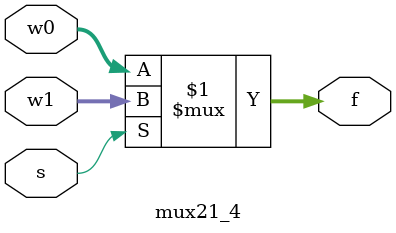
<source format=v>

module mux21_4
	(
	input s,
	input wire [3:0] w0, w1,
	output wire [3:0] f
	);
	assign f=s? w1:w0;
endmodule

</source>
